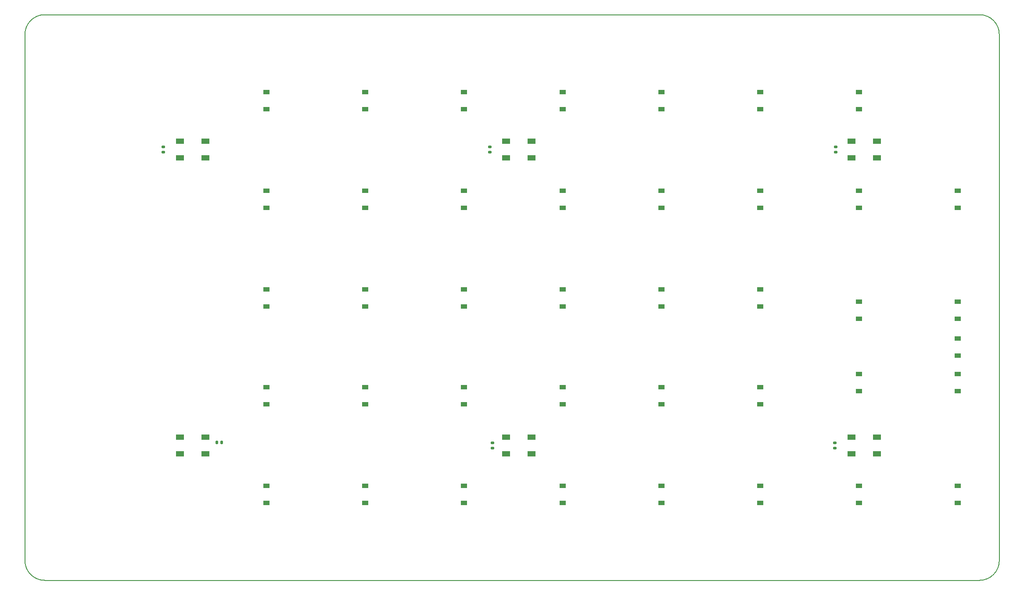
<source format=gbr>
G04 #@! TF.GenerationSoftware,KiCad,Pcbnew,(6.0.1)*
G04 #@! TF.CreationDate,2022-04-05T13:54:26+01:00*
G04 #@! TF.ProjectId,Keyboard Right Hand Side,4b657962-6f61-4726-9420-526967687420,rev?*
G04 #@! TF.SameCoordinates,Original*
G04 #@! TF.FileFunction,Paste,Bot*
G04 #@! TF.FilePolarity,Positive*
%FSLAX46Y46*%
G04 Gerber Fmt 4.6, Leading zero omitted, Abs format (unit mm)*
G04 Created by KiCad (PCBNEW (6.0.1)) date 2022-04-05 13:54:26*
%MOMM*%
%LPD*%
G01*
G04 APERTURE LIST*
G04 Aperture macros list*
%AMRoundRect*
0 Rectangle with rounded corners*
0 $1 Rounding radius*
0 $2 $3 $4 $5 $6 $7 $8 $9 X,Y pos of 4 corners*
0 Add a 4 corners polygon primitive as box body*
4,1,4,$2,$3,$4,$5,$6,$7,$8,$9,$2,$3,0*
0 Add four circle primitives for the rounded corners*
1,1,$1+$1,$2,$3*
1,1,$1+$1,$4,$5*
1,1,$1+$1,$6,$7*
1,1,$1+$1,$8,$9*
0 Add four rect primitives between the rounded corners*
20,1,$1+$1,$2,$3,$4,$5,0*
20,1,$1+$1,$4,$5,$6,$7,0*
20,1,$1+$1,$6,$7,$8,$9,0*
20,1,$1+$1,$8,$9,$2,$3,0*%
G04 Aperture macros list end*
G04 #@! TA.AperFunction,Profile*
%ADD10C,0.200000*%
G04 #@! TD*
%ADD11R,1.200000X0.900000*%
%ADD12RoundRect,0.140000X-0.140000X-0.170000X0.140000X-0.170000X0.140000X0.170000X-0.140000X0.170000X0*%
%ADD13R,1.500000X1.000000*%
%ADD14RoundRect,0.140000X0.170000X-0.140000X0.170000X0.140000X-0.170000X0.140000X-0.170000X-0.140000X0*%
G04 APERTURE END LIST*
D10*
X264793323Y-41276677D02*
G75*
G03*
X260983323Y-37466677I-3809999J1D01*
G01*
X260983323Y-146683323D02*
G75*
G03*
X264793323Y-142873323I1J3809999D01*
G01*
X80646677Y-37466677D02*
X260983323Y-37466677D01*
X76836677Y-142873323D02*
X76836677Y-41276677D01*
X260983323Y-146683323D02*
X80646677Y-146683323D01*
X80646677Y-37466677D02*
G75*
G03*
X76836677Y-41276677I-1J-3809999D01*
G01*
X76836677Y-142873323D02*
G75*
G03*
X80646677Y-146683323I3809999J-1D01*
G01*
X264793323Y-41276677D02*
X264793323Y-142873323D01*
D11*
X237732300Y-74724800D03*
X237732300Y-71424800D03*
X199632300Y-55674800D03*
X199632300Y-52374800D03*
X199632300Y-112648000D03*
X199632300Y-109348000D03*
D12*
X113820000Y-120015000D03*
X114780000Y-120015000D03*
D13*
X174535000Y-61900000D03*
X174535000Y-65100000D03*
X169635000Y-65100000D03*
X169635000Y-61900000D03*
D11*
X180582300Y-55674800D03*
X180582300Y-52374800D03*
X256782300Y-96138000D03*
X256782300Y-92838000D03*
X161532300Y-112648000D03*
X161532300Y-109348000D03*
D13*
X241210000Y-119050000D03*
X241210000Y-122250000D03*
X236310000Y-122250000D03*
X236310000Y-119050000D03*
D11*
X161532300Y-55674800D03*
X161532300Y-52374800D03*
X237732300Y-55674800D03*
X237732300Y-52374800D03*
D14*
X233200000Y-63980000D03*
X233200000Y-63020000D03*
D13*
X174535000Y-119050000D03*
X174535000Y-122250000D03*
X169635000Y-122250000D03*
X169635000Y-119050000D03*
D11*
X180582300Y-131698000D03*
X180582300Y-128398000D03*
X123432300Y-55674800D03*
X123432300Y-52374800D03*
X256782300Y-103250000D03*
X256782300Y-99950000D03*
X161532300Y-131698000D03*
X161532300Y-128398000D03*
X256782300Y-110108000D03*
X256782300Y-106808000D03*
X199632300Y-74724800D03*
X199632300Y-71424800D03*
X161532300Y-74724800D03*
X161532300Y-71424800D03*
X218682300Y-112648000D03*
X218682300Y-109348000D03*
X180582300Y-112648000D03*
X180582300Y-109348000D03*
X142482300Y-131698000D03*
X142482300Y-128398000D03*
X142482300Y-93774800D03*
X142482300Y-90474800D03*
D14*
X166497000Y-63980000D03*
X166497000Y-63020000D03*
D11*
X256782300Y-131698000D03*
X256782300Y-128398000D03*
X199632300Y-131698000D03*
X199632300Y-128398000D03*
X123432300Y-112648000D03*
X123432300Y-109348000D03*
X199632300Y-93774800D03*
X199632300Y-90474800D03*
X180582300Y-74724800D03*
X180582300Y-71424800D03*
X237732300Y-131698000D03*
X237732300Y-128398000D03*
X237732300Y-110108000D03*
X237732300Y-106808000D03*
X123432300Y-74724800D03*
X123432300Y-71424800D03*
X218682300Y-131698000D03*
X218682300Y-128398000D03*
D14*
X103505000Y-63980000D03*
X103505000Y-63020000D03*
D11*
X142482300Y-112648000D03*
X142482300Y-109348000D03*
X142482300Y-55674800D03*
X142482300Y-52374800D03*
X218682300Y-93774800D03*
X218682300Y-90474800D03*
X123432300Y-93774800D03*
X123432300Y-90474800D03*
X218682300Y-74724800D03*
X218682300Y-71424800D03*
D13*
X111670000Y-61900000D03*
X111670000Y-65100000D03*
X106770000Y-65100000D03*
X106770000Y-61900000D03*
X241210000Y-61900000D03*
X241210000Y-65100000D03*
X236310000Y-65100000D03*
X236310000Y-61900000D03*
D11*
X180582300Y-93774800D03*
X180582300Y-90474800D03*
X161532300Y-93774800D03*
X161532300Y-90474800D03*
X256782300Y-74724800D03*
X256782300Y-71424800D03*
X237732300Y-96138000D03*
X237732300Y-92838000D03*
D13*
X111670000Y-119050000D03*
X111670000Y-122250000D03*
X106770000Y-122250000D03*
X106770000Y-119050000D03*
D11*
X123432300Y-131698000D03*
X123432300Y-128398000D03*
D14*
X167005000Y-121130000D03*
X167005000Y-120170000D03*
D11*
X142482300Y-74724800D03*
X142482300Y-71424800D03*
X218682300Y-55674800D03*
X218682300Y-52374800D03*
D14*
X233045000Y-121130000D03*
X233045000Y-120170000D03*
M02*

</source>
